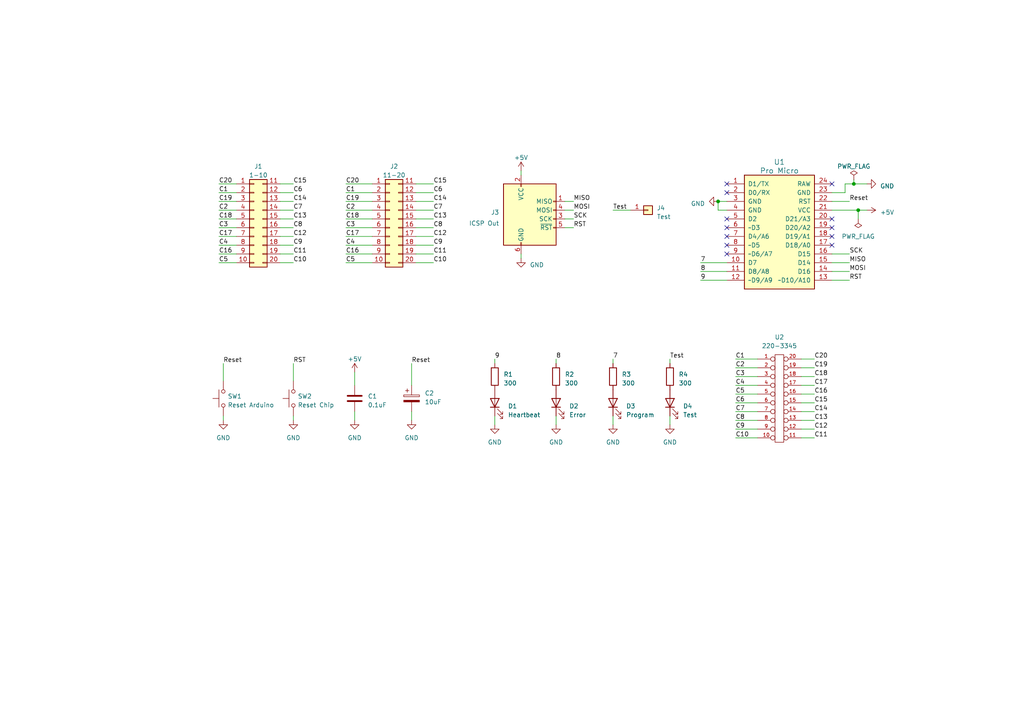
<source format=kicad_sch>
(kicad_sch (version 20230121) (generator eeschema)
  (paper "A4")
  (title_block (title "AVR Programming Shield V1.0.0") (date "2023-03-26"))
  (lib_symbols
    (symbol "Arduino:Sparkfun_Pro_Micro" (pin_names (offset 1.016))
      (property "Reference" "U" (at -8.89 21.59 0))
      (property "Value" "Sparkfun_Pro_Micro" (at 0 19.05 0))
      (symbol "Sparkfun_Pro_Micro_0_1"
        (rectangle (start -10.16 17.78) (end 10.16 -15.24) (stroke (width 0.254)) (fill (type background)))
      )
      (symbol "Sparkfun_Pro_Micro_1_1"
        (pin bidirectional line (at -15.24 15.24 0) (length 5.08) (name "D1/TX") (number "1"))
        (pin bidirectional line (at -15.24 -7.62 0) (length 5.08) (name "D7") (number "10"))
        (pin bidirectional line (at -15.24 -10.16 0) (length 5.08) (name "D8/A8") (number "11"))
        (pin bidirectional line (at -15.24 -12.7 0) (length 5.08) (name "~D9/A9") (number "12"))
        (pin bidirectional line (at 15.24 -12.7 180) (length 5.08) (name "~D10/A10") (number "13"))
        (pin bidirectional line (at 15.24 -10.16 180) (length 5.08) (name "D16") (number "14"))
        (pin bidirectional line (at 15.24 -7.62 180) (length 5.08) (name "D14") (number "15"))
        (pin bidirectional line (at 15.24 -5.08 180) (length 5.08) (name "D15") (number "16"))
        (pin bidirectional line (at 15.24 -2.54 180) (length 5.08) (name "D18/A0") (number "17"))
        (pin bidirectional line (at 15.24 0 180) (length 5.08) (name "D19/A1") (number "18"))
        (pin bidirectional line (at 15.24 2.54 180) (length 5.08) (name "D20/A2") (number "19"))
        (pin bidirectional line (at -15.24 12.7 0) (length 5.08) (name "D0/RX") (number "2"))
        (pin bidirectional line (at 15.24 5.08 180) (length 5.08) (name "D21/A3") (number "20"))
        (pin power_in line (at 15.24 7.62 180) (length 5.08) (name "VCC") (number "21"))
        (pin input line (at 15.24 10.16 180) (length 5.08) (name "RST") (number "22"))
        (pin power_in line (at 15.24 12.7 180) (length 5.08) (name "GND") (number "23"))
        (pin power_in line (at 15.24 15.24 180) (length 5.08) (name "RAW") (number "24"))
        (pin power_in line (at -15.24 10.16 0) (length 5.08) (name "GND") (number "3"))
        (pin power_in line (at -15.24 7.62 0) (length 5.08) (name "GND") (number "4"))
        (pin bidirectional line (at -15.24 5.08 0) (length 5.08) (name "D2") (number "5"))
        (pin bidirectional line (at -15.24 2.54 0) (length 5.08) (name "~D3") (number "6"))
        (pin bidirectional line (at -15.24 0 0) (length 5.08) (name "D4/A6") (number "7"))
        (pin bidirectional line (at -15.24 -2.54 0) (length 5.08) (name "~D5") (number "8"))
        (pin bidirectional line (at -15.24 -5.08 0) (length 5.08) (name "~D6/A7") (number "9"))
      )
    )
    (symbol "Connector:AVR-ISP-6" (pin_names (offset 1.016))
      (property "Reference" "J" (at -6.35 11.43 0))
      (property "Value" "AVR-ISP-6" (at 0 11.43 0))
      (symbol "AVR-ISP-6_0_1"
        (rectangle (start -2.667 -6.858) (end -2.413 -7.62))
        (rectangle (start -2.667 10.16) (end -2.413 9.398))
        (rectangle (start 7.62 -2.413) (end 6.858 -2.667))
        (rectangle (start 7.62 0.127) (end 6.858 -0.127))
        (rectangle (start 7.62 2.667) (end 6.858 2.413))
        (rectangle (start 7.62 5.207) (end 6.858 4.953))
        (rectangle (start 7.62 10.16) (end -7.62 -7.62) (stroke (width 0.254)) (fill (type background)))
      )
      (symbol "AVR-ISP-6_1_1"
        (pin passive line (at 10.16 5.08 180) (length 2.54) (name "MISO") (number "1"))
        (pin passive line (at -2.54 12.7 270) (length 2.54) (name "VCC") (number "2"))
        (pin passive line (at 10.16 0 180) (length 2.54) (name "SCK") (number "3"))
        (pin passive line (at 10.16 2.54 180) (length 2.54) (name "MOSI") (number "4"))
        (pin passive line (at 10.16 -2.54 180) (length 2.54) (name "~{RST}") (number "5"))
        (pin passive line (at -2.54 -10.16 90) (length 2.54) (name "GND") (number "6"))
      )
    )
    (symbol "Connector_Generic:Conn_01x01" (pin_names (offset 1.016) hide)
      (property "Reference" "J" (at 0 2.54 0))
      (property "Value" "Conn_01x01" (at 0 -2.54 0))
      (symbol "Conn_01x01_1_1"
        (rectangle (start -1.27 0.127) (end 0 -0.127) (stroke (width 0.1524)))
        (rectangle (start -1.27 1.27) (end 1.27 -1.27) (stroke (width 0.254)) (fill (type background)))
        (pin passive line (at -5.08 0 0) (length 3.81) (name "Pin_1") (number "1"))
      )
    )
    (symbol "Connector_Generic:Conn_02x10_Top_Bottom" (pin_names (offset 1.016) hide)
      (property "Reference" "J" (at 1.27 12.7 0))
      (property "Value" "Conn_02x10_Top_Bottom" (at 1.27 -15.24 0))
      (symbol "Conn_02x10_Top_Bottom_1_1"
        (rectangle (start -1.27 -12.573) (end 0 -12.827) (stroke (width 0.1524)))
        (rectangle (start -1.27 -10.033) (end 0 -10.287) (stroke (width 0.1524)))
        (rectangle (start -1.27 -7.493) (end 0 -7.747) (stroke (width 0.1524)))
        (rectangle (start -1.27 -4.953) (end 0 -5.207) (stroke (width 0.1524)))
        (rectangle (start -1.27 -2.413) (end 0 -2.667) (stroke (width 0.1524)))
        (rectangle (start -1.27 0.127) (end 0 -0.127) (stroke (width 0.1524)))
        (rectangle (start -1.27 2.667) (end 0 2.413) (stroke (width 0.1524)))
        (rectangle (start -1.27 5.207) (end 0 4.953) (stroke (width 0.1524)))
        (rectangle (start -1.27 7.747) (end 0 7.493) (stroke (width 0.1524)))
        (rectangle (start -1.27 10.287) (end 0 10.033) (stroke (width 0.1524)))
        (rectangle (start -1.27 11.43) (end 3.81 -13.97) (stroke (width 0.254)) (fill (type background)))
        (rectangle (start 3.81 -12.573) (end 2.54 -12.827) (stroke (width 0.1524)))
        (rectangle (start 3.81 -10.033) (end 2.54 -10.287) (stroke (width 0.1524)))
        (rectangle (start 3.81 -7.493) (end 2.54 -7.747) (stroke (width 0.1524)))
        (rectangle (start 3.81 -4.953) (end 2.54 -5.207) (stroke (width 0.1524)))
        (rectangle (start 3.81 -2.413) (end 2.54 -2.667) (stroke (width 0.1524)))
        (rectangle (start 3.81 0.127) (end 2.54 -0.127) (stroke (width 0.1524)))
        (rectangle (start 3.81 2.667) (end 2.54 2.413) (stroke (width 0.1524)))
        (rectangle (start 3.81 5.207) (end 2.54 4.953) (stroke (width 0.1524)))
        (rectangle (start 3.81 7.747) (end 2.54 7.493) (stroke (width 0.1524)))
        (rectangle (start 3.81 10.287) (end 2.54 10.033) (stroke (width 0.1524)))
        (pin passive line (at -5.08 10.16 0) (length 3.81) (name "Pin_1") (number "1"))
        (pin passive line (at -5.08 -12.7 0) (length 3.81) (name "Pin_10") (number "10"))
        (pin passive line (at 7.62 10.16 180) (length 3.81) (name "Pin_11") (number "11"))
        (pin passive line (at 7.62 7.62 180) (length 3.81) (name "Pin_12") (number "12"))
        (pin passive line (at 7.62 5.08 180) (length 3.81) (name "Pin_13") (number "13"))
        (pin passive line (at 7.62 2.54 180) (length 3.81) (name "Pin_14") (number "14"))
        (pin passive line (at 7.62 0 180) (length 3.81) (name "Pin_15") (number "15"))
        (pin passive line (at 7.62 -2.54 180) (length 3.81) (name "Pin_16") (number "16"))
        (pin passive line (at 7.62 -5.08 180) (length 3.81) (name "Pin_17") (number "17"))
        (pin passive line (at 7.62 -7.62 180) (length 3.81) (name "Pin_18") (number "18"))
        (pin passive line (at 7.62 -10.16 180) (length 3.81) (name "Pin_19") (number "19"))
        (pin passive line (at -5.08 7.62 0) (length 3.81) (name "Pin_2") (number "2"))
        (pin passive line (at 7.62 -12.7 180) (length 3.81) (name "Pin_20") (number "20"))
        (pin passive line (at -5.08 5.08 0) (length 3.81) (name "Pin_3") (number "3"))
        (pin passive line (at -5.08 2.54 0) (length 3.81) (name "Pin_4") (number "4"))
        (pin passive line (at -5.08 0 0) (length 3.81) (name "Pin_5") (number "5"))
        (pin passive line (at -5.08 -2.54 0) (length 3.81) (name "Pin_6") (number "6"))
        (pin passive line (at -5.08 -5.08 0) (length 3.81) (name "Pin_7") (number "7"))
        (pin passive line (at -5.08 -7.62 0) (length 3.81) (name "Pin_8") (number "8"))
        (pin passive line (at -5.08 -10.16 0) (length 3.81) (name "Pin_9") (number "9"))
      )
    )
    (symbol "Device:C" (pin_numbers hide) (pin_names (offset 0.254))
      (property "Reference" "C" (at 0.635 2.54 0))
      (property "Value" "C" (at 0.635 -2.54 0))
      (symbol "C_0_1"
        (polyline (pts (xy -2.032 -0.762) (xy 2.032 -0.762)) (stroke (width 0.508)))
        (polyline (pts (xy -2.032 0.762) (xy 2.032 0.762)) (stroke (width 0.508)))
      )
      (symbol "C_1_1"
        (pin passive line (at 0 3.81 270) (length 2.794) (name "~") (number "1"))
        (pin passive line (at 0 -3.81 90) (length 2.794) (name "~") (number "2"))
      )
    )
    (symbol "Device:C_Polarized" (pin_numbers hide) (pin_names (offset 0.254))
      (property "Reference" "C" (at 0.635 2.54 0))
      (property "Value" "C_Polarized" (at 0.635 -2.54 0))
      (symbol "C_Polarized_0_1"
        (rectangle (start -2.286 0.508) (end 2.286 1.016))
        (polyline (pts (xy -1.778 2.286) (xy -0.762 2.286)))
        (polyline (pts (xy -1.27 2.794) (xy -1.27 1.778)))
        (rectangle (start 2.286 -0.508) (end -2.286 -1.016) (fill (type outline)))
      )
      (symbol "C_Polarized_1_1"
        (pin passive line (at 0 3.81 270) (length 2.794) (name "~") (number "1"))
        (pin passive line (at 0 -3.81 90) (length 2.794) (name "~") (number "2"))
      )
    )
    (symbol "Device:LED" (pin_numbers hide) (pin_names (offset 1.016) hide)
      (property "Reference" "D" (at 0 2.54 0))
      (property "Value" "LED" (at 0 -2.54 0))
      (symbol "LED_0_1"
        (polyline (pts (xy -1.27 -1.27) (xy -1.27 1.27)) (stroke (width 0.254)))
        (polyline (pts (xy -1.27 0) (xy 1.27 0)))
        (polyline (pts (xy 1.27 -1.27) (xy 1.27 1.27) (xy -1.27 0) (xy 1.27 -1.27)) (stroke (width 0.254)))
        (polyline (pts (xy -3.048 -0.762) (xy -4.572 -2.286) (xy -3.81 -2.286) (xy -4.572 -2.286) (xy -4.572 -1.524)))
        (polyline (pts (xy -1.778 -0.762) (xy -3.302 -2.286) (xy -2.54 -2.286) (xy -3.302 -2.286) (xy -3.302 -1.524)))
      )
      (symbol "LED_1_1"
        (pin passive line (at -3.81 0 0) (length 2.54) (name "K") (number "1"))
        (pin passive line (at 3.81 0 180) (length 2.54) (name "A") (number "2"))
      )
    )
    (symbol "Device:R" (pin_numbers hide) (pin_names (offset 0))
      (property "Reference" "R" (at 2.032 0 90))
      (property "Value" "R" (at 0 0 90))
      (symbol "R_0_1"
        (rectangle (start -1.016 -2.54) (end 1.016 2.54) (stroke (width 0.254)))
      )
      (symbol "R_1_1"
        (pin passive line (at 0 3.81 270) (length 1.27) (name "~") (number "1"))
        (pin passive line (at 0 -3.81 90) (length 1.27) (name "~") (number "2"))
      )
    )
    (symbol "Switch:SW_MEC_5G" (pin_numbers hide) (pin_names (offset 1.016) hide)
      (property "Reference" "SW" (at 1.27 2.54 0))
      (property "Value" "SW_MEC_5G" (at 0 -1.524 0))
      (symbol "SW_MEC_5G_0_1"
        (circle (center -2.032 0) (radius 0.508))
        (polyline (pts (xy 0 1.27) (xy 0 3.048)))
        (polyline (pts (xy 2.54 1.27) (xy -2.54 1.27)))
        (circle (center 2.032 0) (radius 0.508))
        (pin passive line (at -5.08 0 0) (length 2.54) (name "A") (number "1"))
        (pin passive line (at 5.08 0 180) (length 2.54) (name "B") (number "3"))
      )
      (symbol "SW_MEC_5G_1_1"
        (pin passive line (at -5.08 0 0) (length 2.54) hide (name "A") (number "2"))
        (pin passive line (at 5.08 0 180) (length 2.54) hide (name "B") (number "4"))
      )
    )
    (symbol "power:+5V" (power) (pin_names (offset 0))
      (property "Value" "+5V" (at 0 3.556 0))
      (symbol "+5V_0_1"
        (polyline (pts (xy -0.762 1.27) (xy 0 2.54)))
        (polyline (pts (xy 0 0) (xy 0 2.54)))
        (polyline (pts (xy 0 2.54) (xy 0.762 1.27)))
      )
      (symbol "+5V_1_1"
        (pin power_in line (at 0 0 90) (length 0) hide (name "+5V") (number "1"))
      )
    )
    (symbol "power:GND" (power) (pin_names (offset 0))
      (property "Value" "GND" (at 0 -3.81 0))
      (symbol "GND_0_1"
        (polyline (pts (xy 0 0) (xy 0 -1.27) (xy 1.27 -1.27) (xy 0 -2.54) (xy -1.27 -1.27) (xy 0 -1.27)))
      )
      (symbol "GND_1_1"
        (pin power_in line (at 0 0 270) (length 0) hide (name "GND") (number "1"))
      )
    )
    (symbol "power:PWR_FLAG" (power) (pin_numbers hide) (pin_names (offset 0) hide)
      (property "Value" "PWR_FLAG" (at 0 3.81 0))
      (symbol "PWR_FLAG_0_0"
        (pin power_out line (at 0 0 90) (length 0) (name "pwr") (number "1"))
      )
      (symbol "PWR_FLAG_0_1"
        (polyline (pts (xy 0 0) (xy 0 1.27) (xy -1.016 1.905) (xy 0 2.54) (xy 1.016 1.905) (xy 0 1.27)))
      )
    )
    (symbol "zif_socket:220-3342" (pin_names (offset 1.016) hide)
      (property "Reference" "U" (at 0 13.97 0))
      (property "Value" "220-3342" (at 0 0 90))
      (property "Datasheet" "http://www.mmm.co.jp/electrical/textool/dip/pdf/f05.pdf" (at 0 0 0))
      (symbol "220-3342_0_1"
        (rectangle (start -1.27 12.7) (end 1.27 -12.7))
      )
      (symbol "220-3342_1_1"
        (pin passive inverted (at -6.35 11.43 0) (length 5.08) (name "P1") (number "1"))
        (pin passive inverted (at -6.35 -11.43 0) (length 5.08) (name "P10") (number "10"))
        (pin passive inverted (at 6.35 -11.43 180) (length 5.08) (name "P11") (number "11"))
        (pin passive inverted (at 6.35 -8.89 180) (length 5.08) (name "P12") (number "12"))
        (pin passive inverted (at 6.35 -6.35 180) (length 5.08) (name "P13") (number "13"))
        (pin passive inverted (at 6.35 -3.81 180) (length 5.08) (name "P14") (number "14"))
        (pin passive inverted (at 6.35 -1.27 180) (length 5.08) (name "P15") (number "15"))
        (pin passive inverted (at 6.35 1.27 180) (length 5.08) (name "P16") (number "16"))
        (pin passive inverted (at 6.35 3.81 180) (length 5.08) (name "P17") (number "17"))
        (pin passive inverted (at 6.35 6.35 180) (length 5.08) (name "P18") (number "18"))
        (pin passive inverted (at 6.35 8.89 180) (length 5.08) (name "P19") (number "19"))
        (pin passive inverted (at -6.35 8.89 0) (length 5.08) (name "P2") (number "2"))
        (pin passive inverted (at 6.35 11.43 180) (length 5.08) (name "P20") (number "20"))
        (pin passive inverted (at -6.35 6.35 0) (length 5.08) (name "P3") (number "3"))
        (pin passive inverted (at -6.35 3.81 0) (length 5.08) (name "P4") (number "4"))
        (pin passive inverted (at -6.35 1.27 0) (length 5.08) (name "P5") (number "5"))
        (pin passive inverted (at -6.35 -1.27 0) (length 5.08) (name "P6") (number "6"))
        (pin passive inverted (at -6.35 -3.81 0) (length 5.08) (name "P7") (number "7"))
        (pin passive inverted (at -6.35 -6.35 0) (length 5.08) (name "P8") (number "8"))
        (pin passive inverted (at -6.35 -8.89 0) (length 5.08) (name "P9") (number "9"))
      )
    )
  )
  (junction (at 248.92 60.96))
  (junction (at 208.28 58.42))
  (junction (at 247.65 53.34))
  (no_connect (at 241.3 68.58))
  (no_connect (at 210.82 71.12))
  (no_connect (at 241.3 66.04))
  (no_connect (at 210.82 68.58))
  (no_connect (at 210.82 66.04))
  (no_connect (at 210.82 55.88))
  (no_connect (at 241.3 53.34))
  (no_connect (at 241.3 63.5))
  (no_connect (at 210.82 73.66))
  (no_connect (at 210.82 53.34))
  (no_connect (at 210.82 63.5))
  (no_connect (at 241.3 71.12))
  (wire (pts (xy 100.33 55.88) (xy 107.95 55.88)))
  (wire (pts (xy 120.65 58.42) (xy 125.73 58.42)))
  (wire (pts (xy 63.5 76.2) (xy 68.58 76.2)))
  (wire (pts (xy 194.31 104.14) (xy 194.31 105.41)))
  (wire (pts (xy 63.5 53.34) (xy 68.58 53.34)))
  (wire (pts (xy 241.3 81.28) (xy 246.38 81.28)))
  (wire (pts (xy 63.5 58.42) (xy 68.58 58.42)))
  (wire (pts (xy 100.33 53.34) (xy 107.95 53.34)))
  (wire (pts (xy 163.83 63.5) (xy 166.37 63.5)))
  (wire (pts (xy 208.28 58.42) (xy 210.82 58.42)))
  (wire (pts (xy 63.5 66.04) (xy 68.58 66.04)))
  (wire (pts (xy 161.29 120.65) (xy 161.29 123.19)))
  (wire (pts (xy 203.2 76.2) (xy 210.82 76.2)))
  (wire (pts (xy 81.28 76.2) (xy 85.09 76.2)))
  (wire (pts (xy 248.92 60.96) (xy 248.92 63.5)))
  (wire (pts (xy 120.65 55.88) (xy 125.73 55.88)))
  (wire (pts (xy 213.36 127) (xy 219.71 127)))
  (wire (pts (xy 120.65 66.04) (xy 125.73 66.04)))
  (wire (pts (xy 241.3 60.96) (xy 248.92 60.96)))
  (wire (pts (xy 177.8 60.96) (xy 182.88 60.96)))
  (wire (pts (xy 241.3 58.42) (xy 246.38 58.42)))
  (wire (pts (xy 63.5 63.5) (xy 68.58 63.5)))
  (wire (pts (xy 81.28 73.66) (xy 85.09 73.66)))
  (wire (pts (xy 245.11 53.34) (xy 247.65 53.34)))
  (wire (pts (xy 247.65 52.07) (xy 247.65 53.34)))
  (wire (pts (xy 100.33 71.12) (xy 107.95 71.12)))
  (wire (pts (xy 232.41 119.38) (xy 236.22 119.38)))
  (wire (pts (xy 63.5 73.66) (xy 68.58 73.66)))
  (wire (pts (xy 119.38 111.76) (xy 119.38 105.41)))
  (wire (pts (xy 213.36 111.76) (xy 219.71 111.76)))
  (wire (pts (xy 120.65 71.12) (xy 125.73 71.12)))
  (wire (pts (xy 213.36 121.92) (xy 219.71 121.92)))
  (wire (pts (xy 100.33 76.2) (xy 107.95 76.2)))
  (wire (pts (xy 63.5 68.58) (xy 68.58 68.58)))
  (wire (pts (xy 81.28 60.96) (xy 85.09 60.96)))
  (wire (pts (xy 161.29 104.14) (xy 161.29 105.41)))
  (wire (pts (xy 151.13 49.53) (xy 151.13 50.8)))
  (wire (pts (xy 81.28 63.5) (xy 85.09 63.5)))
  (wire (pts (xy 248.92 60.96) (xy 251.46 60.96)))
  (wire (pts (xy 194.31 120.65) (xy 194.31 123.19)))
  (wire (pts (xy 151.13 74.93) (xy 151.13 73.66)))
  (wire (pts (xy 208.28 58.42) (xy 208.28 60.96)))
  (wire (pts (xy 143.51 104.14) (xy 143.51 105.41)))
  (wire (pts (xy 232.41 116.84) (xy 236.22 116.84)))
  (wire (pts (xy 81.28 53.34) (xy 85.09 53.34)))
  (wire (pts (xy 81.28 55.88) (xy 85.09 55.88)))
  (wire (pts (xy 213.36 119.38) (xy 219.71 119.38)))
  (wire (pts (xy 232.41 111.76) (xy 236.22 111.76)))
  (wire (pts (xy 232.41 114.3) (xy 236.22 114.3)))
  (wire (pts (xy 64.77 105.41) (xy 64.77 110.49)))
  (wire (pts (xy 100.33 58.42) (xy 107.95 58.42)))
  (wire (pts (xy 100.33 63.5) (xy 107.95 63.5)))
  (wire (pts (xy 120.65 53.34) (xy 125.73 53.34)))
  (wire (pts (xy 100.33 73.66) (xy 107.95 73.66)))
  (wire (pts (xy 102.87 107.95) (xy 102.87 111.76)))
  (wire (pts (xy 63.5 60.96) (xy 68.58 60.96)))
  (wire (pts (xy 232.41 104.14) (xy 236.22 104.14)))
  (wire (pts (xy 203.2 78.74) (xy 210.82 78.74)))
  (wire (pts (xy 213.36 124.46) (xy 219.71 124.46)))
  (wire (pts (xy 120.65 76.2) (xy 125.73 76.2)))
  (wire (pts (xy 120.65 73.66) (xy 125.73 73.66)))
  (wire (pts (xy 119.38 119.38) (xy 119.38 121.92)))
  (wire (pts (xy 177.8 120.65) (xy 177.8 123.19)))
  (wire (pts (xy 213.36 106.68) (xy 219.71 106.68)))
  (wire (pts (xy 143.51 120.65) (xy 143.51 123.19)))
  (wire (pts (xy 163.83 66.04) (xy 166.37 66.04)))
  (wire (pts (xy 163.83 60.96) (xy 166.37 60.96)))
  (wire (pts (xy 245.11 55.88) (xy 245.11 53.34)))
  (wire (pts (xy 232.41 106.68) (xy 236.22 106.68)))
  (wire (pts (xy 120.65 60.96) (xy 125.73 60.96)))
  (wire (pts (xy 163.83 58.42) (xy 166.37 58.42)))
  (wire (pts (xy 63.5 71.12) (xy 68.58 71.12)))
  (wire (pts (xy 81.28 58.42) (xy 85.09 58.42)))
  (wire (pts (xy 232.41 121.92) (xy 236.22 121.92)))
  (wire (pts (xy 213.36 104.14) (xy 219.71 104.14)))
  (wire (pts (xy 232.41 127) (xy 236.22 127)))
  (wire (pts (xy 100.33 66.04) (xy 107.95 66.04)))
  (wire (pts (xy 85.09 105.41) (xy 85.09 110.49)))
  (wire (pts (xy 100.33 68.58) (xy 107.95 68.58)))
  (wire (pts (xy 247.65 53.34) (xy 251.46 53.34)))
  (wire (pts (xy 85.09 120.65) (xy 85.09 121.92)))
  (wire (pts (xy 232.41 124.46) (xy 236.22 124.46)))
  (wire (pts (xy 81.28 71.12) (xy 85.09 71.12)))
  (wire (pts (xy 241.3 73.66) (xy 246.38 73.66)))
  (wire (pts (xy 245.11 55.88) (xy 241.3 55.88)))
  (wire (pts (xy 120.65 63.5) (xy 125.73 63.5)))
  (wire (pts (xy 213.36 114.3) (xy 219.71 114.3)))
  (wire (pts (xy 81.28 66.04) (xy 85.09 66.04)))
  (wire (pts (xy 241.3 78.74) (xy 246.38 78.74)))
  (wire (pts (xy 213.36 109.22) (xy 219.71 109.22)))
  (wire (pts (xy 203.2 81.28) (xy 210.82 81.28)))
  (wire (pts (xy 241.3 76.2) (xy 246.38 76.2)))
  (wire (pts (xy 81.28 68.58) (xy 85.09 68.58)))
  (wire (pts (xy 102.87 119.38) (xy 102.87 121.92)))
  (wire (pts (xy 213.36 116.84) (xy 219.71 116.84)))
  (wire (pts (xy 100.33 60.96) (xy 107.95 60.96)))
  (wire (pts (xy 208.28 60.96) (xy 210.82 60.96)))
  (wire (pts (xy 120.65 68.58) (xy 125.73 68.58)))
  (wire (pts (xy 64.77 120.65) (xy 64.77 121.92)))
  (wire (pts (xy 177.8 104.14) (xy 177.8 105.41)))
  (wire (pts (xy 232.41 109.22) (xy 236.22 109.22)))
  (wire (pts (xy 63.5 55.88) (xy 68.58 55.88)))
  (label "C12" (at 125.73 68.58 0))
  (label "7" (at 203.2 76.2 0))
  (label "C5" (at 63.5 76.2 0))
  (label "C15" (at 236.22 116.84 0))
  (label "C5" (at 100.33 76.2 0))
  (label "C2" (at 100.33 60.96 0))
  (label "C8" (at 213.36 121.92 0))
  (label "C10" (at 125.73 76.2 0))
  (label "Reset" (at 64.77 105.41 0))
  (label "C18" (at 100.33 63.5 0))
  (label "C17" (at 100.33 68.58 0))
  (label "C15" (at 85.09 53.34 0))
  (label "SCK" (at 246.38 73.66 0))
  (label "C20" (at 100.33 53.34 0))
  (label "C7" (at 125.73 60.96 0))
  (label "C6" (at 125.73 55.88 0))
  (label "C5" (at 213.36 114.3 0))
  (label "MISO" (at 246.38 76.2 0))
  (label "7" (at 177.8 104.14 0))
  (label "C18" (at 63.5 63.5 0))
  (label "8" (at 203.2 78.74 0))
  (label "C1" (at 100.33 55.88 0))
  (label "C4" (at 63.5 71.12 0))
  (label "C18" (at 236.22 109.22 0))
  (label "C4" (at 213.36 111.76 0))
  (label "C10" (at 85.09 76.2 0))
  (label "C2" (at 63.5 60.96 0))
  (label "C7" (at 213.36 119.38 0))
  (label "9" (at 203.2 81.28 0))
  (label "C17" (at 236.22 111.76 0))
  (label "SCK" (at 166.37 63.5 0))
  (label "C16" (at 63.5 73.66 0))
  (label "C3" (at 63.5 66.04 0))
  (label "C16" (at 236.22 114.3 0))
  (label "C9" (at 125.73 71.12 0))
  (label "C13" (at 85.09 63.5 0))
  (label "MISO" (at 166.37 58.42 0))
  (label "RST" (at 166.37 66.04 0))
  (label "C13" (at 125.73 63.5 0))
  (label "Test" (at 177.8 60.96 0))
  (label "C1" (at 213.36 104.14 0))
  (label "RST" (at 246.38 81.28 0))
  (label "C11" (at 236.22 127 0))
  (label "C4" (at 100.33 71.12 0))
  (label "C3" (at 100.33 66.04 0))
  (label "C12" (at 236.22 124.46 0))
  (label "C12" (at 85.09 68.58 0))
  (label "C14" (at 236.22 119.38 0))
  (label "MOSI" (at 246.38 78.74 0))
  (label "C2" (at 213.36 106.68 0))
  (label "C3" (at 213.36 109.22 0))
  (label "C17" (at 63.5 68.58 0))
  (label "C14" (at 85.09 58.42 0))
  (label "C9" (at 85.09 71.12 0))
  (label "9" (at 143.51 104.14 0))
  (label "C10" (at 213.36 127 0))
  (label "C19" (at 100.33 58.42 0))
  (label "C20" (at 63.5 53.34 0))
  (label "Test" (at 194.31 104.14 0))
  (label "C13" (at 236.22 121.92 0))
  (label "C20" (at 236.22 104.14 0))
  (label "C19" (at 63.5 58.42 0))
  (label "C6" (at 85.09 55.88 0))
  (label "C11" (at 85.09 73.66 0))
  (label "C6" (at 213.36 116.84 0))
  (label "8" (at 161.29 104.14 0))
  (label "C1" (at 63.5 55.88 0))
  (label "MOSI" (at 166.37 60.96 0))
  (label "C15" (at 125.73 53.34 0))
  (label "C19" (at 236.22 106.68 0))
  (label "C9" (at 213.36 124.46 0))
  (label "C7" (at 85.09 60.96 0))
  (label "Reset" (at 119.38 105.41 0))
  (label "C16" (at 100.33 73.66 0))
  (label "RST" (at 85.09 105.41 0))
  (label "C11" (at 125.73 73.66 0))
  (label "Reset" (at 246.38 58.42 0))
  (label "C14" (at 125.73 58.42 0))
  (label "C8" (at 85.09 66.04 0))
  (label "C8" (at 125.73 66.04 0))
  (symbol (lib_id "power:GND") (at 251.46 53.34 90) (unit 1)
    (property "Reference" "#PWR013" (effects hide))
    (property "Value" "GND" (at 255.27 53.975 90) (effects (justify right)))
  )
  (symbol (lib_id "Device:LED") (at 161.29 116.84 90) (unit 1)
    (property "Reference" "D2" (at 165.1 117.7925 90) (effects (justify right)))
    (property "Value" "Error" (at 165.1 120.3325 90) (effects (justify right)))
    (property "Footprint" "LED_THT:LED_D3.0mm" (effects hide))
  )
  (symbol (lib_id "Arduino:Sparkfun_Pro_Micro") (at 226.06 68.58 0) (unit 1)
    (property "Reference" "U1" (at 226.06 46.99 0) (effects (font (size 1.524 1.524))))
    (property "Value" "Pro Micro" (at 226.06 49.53 0) (effects (font (size 1.524 1.524))))
    (property "Footprint" "Arduino:Sparkfun_Pro_Micro" (effects hide))
    (property "Datasheet" "https://www.sparkfun.com/products/12640" (effects hide))
  )
  (symbol (lib_id "power:GND") (at 85.09 121.92 0) (unit 1)
    (property "Reference" "#PWR02" (effects hide))
    (property "Value" "GND" (at 85.09 127 0))
  )
  (symbol (lib_id "Device:C") (at 102.87 115.57 0) (unit 1)
    (property "Reference" "C1" (at 106.68 114.935 0) (effects (justify left)))
    (property "Value" "0.1uF" (at 106.68 117.475 0) (effects (justify left)))
    (property "Footprint" "Capacitor_THT:C_Disc_D3.0mm_W2.0mm_P2.50mm" (effects hide))
  )
  (symbol (lib_id "power:+5V") (at 102.87 107.95 0) (unit 1)
    (property "Reference" "#PWR03" (effects hide))
    (property "Value" "+5V" (at 102.87 104.14 0))
  )
  (symbol (lib_id "Device:R") (at 143.51 109.22 0) (unit 1)
    (property "Reference" "R1" (at 146.05 108.585 0) (effects (justify left)))
    (property "Value" "300" (at 146.05 111.125 0) (effects (justify left)))
    (property "Footprint" "Resistor_THT:R_Axial_DIN0207_L6.3mm_D2.5mm_P10.16mm_Horizontal" (effects hide))
  )
  (symbol (lib_id "Switch:SW_MEC_5G") (at 64.77 115.57 90) (unit 1)
    (property "Reference" "SW1" (at 66.04 114.935 90) (effects (justify right)))
    (property "Value" "Reset Arduino" (at 66.04 117.475 90) (effects (justify right)))
    (property "Footprint" "Button_Switch_THT:SW_PUSH_6mm" (effects hide))
    (property "Datasheet" "http://www.apem.com/int/index.php?controller=attachment&id_attachment=488" (effects hide))
  )
  (symbol (lib_id "Device:C_Polarized") (at 119.38 115.57 0) (unit 1)
    (property "Reference" "C2" (at 123.19 114.046 0) (effects (justify left)))
    (property "Value" "10uF" (at 123.19 116.586 0) (effects (justify left)))
    (property "Footprint" "Capacitor_THT:CP_Radial_D5.0mm_P2.50mm" (effects hide))
  )
  (symbol (lib_id "Device:R") (at 177.8 109.22 0) (unit 1)
    (property "Reference" "R3" (at 180.34 108.585 0) (effects (justify left)))
    (property "Value" "300" (at 180.34 111.125 0) (effects (justify left)))
    (property "Footprint" "Resistor_THT:R_Axial_DIN0207_L6.3mm_D2.5mm_P10.16mm_Horizontal" (effects hide))
  )
  (symbol (lib_id "power:PWR_FLAG") (at 247.65 52.07 0) (unit 1)
    (property "Reference" "#FLG02" (effects hide))
    (property "Value" "PWR_FLAG" (at 247.65 48.26 0))
  )
  (symbol (lib_id "zif_socket:220-3342") (at 226.06 115.57 0) (unit 1)
    (property "Reference" "U2" (at 226.06 97.79 0))
    (property "Value" "220-3345" (at 226.06 100.33 0))
    (property "Footprint" "kicad_zif socket:220-3342" (effects hide))
    (property "Datasheet" "http://www.mmm.co.jp/electrical/textool/dip/pdf/f05.pdf" (effects hide))
  )
  (symbol (lib_id "Connector:AVR-ISP-6") (at 153.67 63.5 0) (unit 1)
    (property "Reference" "J3" (at 144.78 61.595 0) (effects (justify right)))
    (property "Value" "ICSP Out" (at 144.78 64.77 0) (effects (justify right)))
    (property "Footprint" "Connector_PinHeader_2.54mm:PinHeader_2x03_P2.54mm_Vertical" (effects hide))
    (property "Datasheet" " ~" (effects hide))
  )
  (symbol (lib_id "power:GND") (at 143.51 123.19 0) (unit 1)
    (property "Reference" "#PWR06" (effects hide))
    (property "Value" "GND" (at 143.51 128.27 0))
  )
  (symbol (lib_id "Connector_Generic:Conn_01x01") (at 187.96 60.96 0) (unit 1)
    (property "Reference" "J4" (at 190.5 60.325 0) (effects (justify left)))
    (property "Value" "Test" (at 190.5 62.865 0) (effects (justify left)))
    (property "Footprint" "Connector_PinHeader_2.54mm:PinHeader_1x01_P2.54mm_Vertical" (effects hide))
  )
  (symbol (lib_id "power:PWR_FLAG") (at 248.92 63.5 180) (unit 1)
    (property "Reference" "#FLG01" (effects hide))
    (property "Value" "PWR_FLAG" (at 248.92 68.58 0))
  )
  (symbol (lib_id "Connector_Generic:Conn_02x10_Top_Bottom") (at 73.66 63.5 0) (unit 1)
    (property "Reference" "J1" (at 74.93 48.26 0))
    (property "Value" "1-10" (at 74.93 50.8 0))
    (property "Footprint" "Connector_PinSocket_2.54mm:PinSocket_2x10_P2.54mm_Vertical" (effects hide))
  )
  (symbol (lib_id "power:+5V") (at 251.46 60.96 270) (unit 1)
    (property "Reference" "#PWR014" (effects hide))
    (property "Value" "+5V" (at 255.27 61.595 90) (effects (justify left)))
  )
  (symbol (lib_id "Device:LED") (at 177.8 116.84 90) (unit 1)
    (property "Reference" "D3" (at 181.61 117.7925 90) (effects (justify right)))
    (property "Value" "Program" (at 181.61 120.3325 90) (effects (justify right)))
    (property "Footprint" "LED_THT:LED_D3.0mm" (effects hide))
  )
  (symbol (lib_id "power:GND") (at 119.38 121.92 0) (unit 1)
    (property "Reference" "#PWR05" (effects hide))
    (property "Value" "GND" (at 119.38 127 0))
  )
  (symbol (lib_id "Switch:SW_MEC_5G") (at 85.09 115.57 90) (unit 1)
    (property "Reference" "SW2" (at 86.36 114.935 90) (effects (justify right)))
    (property "Value" "Reset Chip" (at 86.36 117.475 90) (effects (justify right)))
    (property "Footprint" "Button_Switch_THT:SW_PUSH_6mm" (effects hide))
    (property "Datasheet" "http://www.apem.com/int/index.php?controller=attachment&id_attachment=488" (effects hide))
  )
  (symbol (lib_id "Device:R") (at 194.31 109.22 0) (unit 1)
    (property "Reference" "R4" (at 196.85 108.585 0) (effects (justify left)))
    (property "Value" "300" (at 196.85 111.125 0) (effects (justify left)))
    (property "Footprint" "Resistor_THT:R_Axial_DIN0207_L6.3mm_D2.5mm_P10.16mm_Horizontal" (effects hide))
  )
  (symbol (lib_id "power:GND") (at 161.29 123.19 0) (unit 1)
    (property "Reference" "#PWR07" (effects hide))
    (property "Value" "GND" (at 161.29 128.27 0))
  )
  (symbol (lib_id "power:+5V") (at 151.13 49.53 0) (unit 1)
    (property "Reference" "#PWR08" (effects hide))
    (property "Value" "+5V" (at 151.13 45.72 0))
  )
  (symbol (lib_id "Connector_Generic:Conn_02x10_Top_Bottom") (at 113.03 63.5 0) (unit 1)
    (property "Reference" "J2" (at 114.3 48.26 0))
    (property "Value" "11-20" (at 114.3 50.8 0))
    (property "Footprint" "Connector_PinSocket_2.54mm:PinSocket_2x10_P2.54mm_Vertical" (effects hide))
  )
  (symbol (lib_id "power:GND") (at 208.28 58.42 270) (unit 1)
    (property "Reference" "#PWR012" (effects hide))
    (property "Value" "GND" (at 204.47 59.055 90) (effects (justify right)))
  )
  (symbol (lib_id "Device:R") (at 161.29 109.22 0) (unit 1)
    (property "Reference" "R2" (at 163.83 108.585 0) (effects (justify left)))
    (property "Value" "300" (at 163.83 111.125 0) (effects (justify left)))
    (property "Footprint" "Resistor_THT:R_Axial_DIN0207_L6.3mm_D2.5mm_P10.16mm_Horizontal" (effects hide))
  )
  (symbol (lib_id "power:GND") (at 102.87 121.92 0) (unit 1)
    (property "Reference" "#PWR04" (effects hide))
    (property "Value" "GND" (at 102.87 127 0))
  )
  (symbol (lib_id "power:GND") (at 177.8 123.19 0) (unit 1)
    (property "Reference" "#PWR010" (effects hide))
    (property "Value" "GND" (at 177.8 128.27 0))
  )
  (symbol (lib_id "power:GND") (at 151.13 74.93 0) (unit 1)
    (property "Reference" "#PWR09" (effects hide))
    (property "Value" "GND" (at 153.67 76.835 0) (effects (justify left)))
  )
  (symbol (lib_id "power:GND") (at 64.77 121.92 0) (unit 1)
    (property "Reference" "#PWR01" (effects hide))
    (property "Value" "GND" (at 64.77 127 0))
  )
  (symbol (lib_id "Device:LED") (at 143.51 116.84 90) (unit 1)
    (property "Reference" "D1" (at 147.32 117.7925 90) (effects (justify right)))
    (property "Value" "Heartbeat" (at 147.32 120.3325 90) (effects (justify right)))
    (property "Footprint" "LED_THT:LED_D3.0mm" (effects hide))
  )
  (symbol (lib_id "power:GND") (at 194.31 123.19 0) (unit 1)
    (property "Reference" "#PWR011" (effects hide))
    (property "Value" "GND" (at 194.31 128.27 0))
  )
  (symbol (lib_id "Device:LED") (at 194.31 116.84 90) (unit 1)
    (property "Reference" "D4" (at 198.12 117.7925 90) (effects (justify right)))
    (property "Value" "Test" (at 198.12 120.3325 90) (effects (justify right)))
    (property "Footprint" "LED_THT:LED_D3.0mm" (effects hide))
  )
)
</source>
